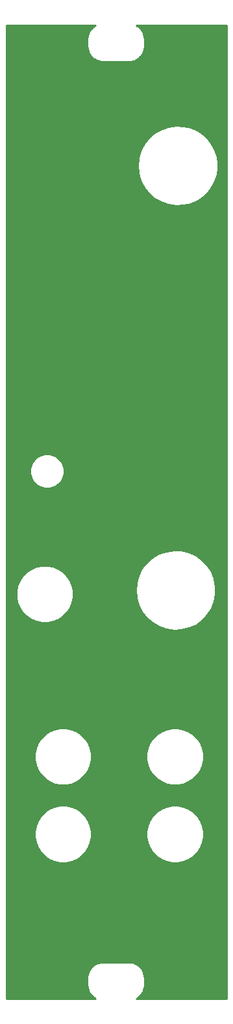
<source format=gbr>
%TF.GenerationSoftware,KiCad,Pcbnew,(5.1.6)-1*%
%TF.CreationDate,2021-07-10T18:18:22+02:00*%
%TF.ProjectId,panel,70616e65-6c2e-46b6-9963-61645f706362,rev?*%
%TF.SameCoordinates,Original*%
%TF.FileFunction,Copper,L2,Bot*%
%TF.FilePolarity,Positive*%
%FSLAX46Y46*%
G04 Gerber Fmt 4.6, Leading zero omitted, Abs format (unit mm)*
G04 Created by KiCad (PCBNEW (5.1.6)-1) date 2021-07-10 18:18:22*
%MOMM*%
%LPD*%
G01*
G04 APERTURE LIST*
%TA.AperFunction,NonConductor*%
%ADD10C,0.254000*%
%TD*%
G04 APERTURE END LIST*
D10*
G36*
X44553175Y-21845122D02*
G01*
X44493896Y-21875447D01*
X44485298Y-21881050D01*
X44289986Y-22010288D01*
X44238257Y-22052316D01*
X44185999Y-22093576D01*
X44178653Y-22100742D01*
X44012163Y-22265455D01*
X43969586Y-22316726D01*
X43926335Y-22367353D01*
X43920521Y-22375810D01*
X43789195Y-22569723D01*
X43757394Y-22628275D01*
X43724792Y-22686352D01*
X43720731Y-22695777D01*
X43629570Y-22911506D01*
X43619438Y-22944022D01*
X43606008Y-22975355D01*
X43602973Y-22985159D01*
X43587580Y-23036142D01*
X43580968Y-23069532D01*
X43570964Y-23102052D01*
X43568988Y-23112122D01*
X43458472Y-23697024D01*
X43452549Y-23763388D01*
X43445703Y-23829641D01*
X43445721Y-23839903D01*
X43450918Y-24435132D01*
X43458000Y-24501401D01*
X43464151Y-24567703D01*
X43466162Y-24577767D01*
X43586874Y-25160650D01*
X43601298Y-25206960D01*
X43612748Y-25254066D01*
X43616200Y-25263730D01*
X43655760Y-25372056D01*
X43676738Y-25415719D01*
X43694898Y-25460631D01*
X43699718Y-25469691D01*
X43811166Y-25675673D01*
X43848450Y-25730915D01*
X43884927Y-25786624D01*
X43891415Y-25794575D01*
X44040750Y-25974988D01*
X44088072Y-26021955D01*
X44134655Y-26069497D01*
X44142558Y-26076031D01*
X44142564Y-26076037D01*
X44142571Y-26076041D01*
X44324097Y-26224006D01*
X44379618Y-26260872D01*
X44434570Y-26298476D01*
X44443599Y-26303355D01*
X44650415Y-26413247D01*
X44712054Y-26438633D01*
X44773250Y-26464841D01*
X44783050Y-26467872D01*
X44783056Y-26467874D01*
X45007276Y-26535501D01*
X45072644Y-26548425D01*
X45137791Y-26562254D01*
X45147997Y-26563324D01*
X45381085Y-26586113D01*
X45381091Y-26586113D01*
X45416495Y-26589600D01*
X49020704Y-26589600D01*
X49038202Y-26587877D01*
X49134906Y-26583251D01*
X49182844Y-26576225D01*
X49231112Y-26572263D01*
X49241196Y-26570359D01*
X49471020Y-26525301D01*
X49534856Y-26506158D01*
X49598901Y-26487924D01*
X49608423Y-26484098D01*
X49825118Y-26395258D01*
X49884000Y-26364091D01*
X49943302Y-26333755D01*
X49951900Y-26328152D01*
X50147212Y-26198915D01*
X50198952Y-26156878D01*
X50251201Y-26115626D01*
X50258547Y-26108459D01*
X50425036Y-25943747D01*
X50467625Y-25892462D01*
X50510865Y-25841848D01*
X50516674Y-25833398D01*
X50516680Y-25833391D01*
X50516684Y-25833384D01*
X50648005Y-25639478D01*
X50679806Y-25580926D01*
X50712408Y-25522849D01*
X50716469Y-25513424D01*
X50807629Y-25297696D01*
X50817763Y-25265175D01*
X50831191Y-25233846D01*
X50834226Y-25224042D01*
X50849619Y-25173060D01*
X50856231Y-25139668D01*
X50866235Y-25107149D01*
X50868211Y-25097079D01*
X50978727Y-24512177D01*
X50984649Y-24445825D01*
X50991496Y-24379562D01*
X50991478Y-24369299D01*
X50986282Y-23774070D01*
X50979201Y-23707811D01*
X50973049Y-23641498D01*
X50971038Y-23631434D01*
X50850326Y-23048550D01*
X50835897Y-23002225D01*
X50824451Y-22955135D01*
X50820999Y-22945471D01*
X50781439Y-22837144D01*
X50760457Y-22793472D01*
X50742300Y-22748568D01*
X50737480Y-22739508D01*
X50626032Y-22533527D01*
X50588738Y-22478270D01*
X50552273Y-22422580D01*
X50545785Y-22414629D01*
X50545784Y-22414627D01*
X50545780Y-22414623D01*
X50396451Y-22234216D01*
X50349132Y-22187252D01*
X50302547Y-22139707D01*
X50294638Y-22133167D01*
X50113105Y-21985197D01*
X50057580Y-21948328D01*
X50002633Y-21910727D01*
X49993605Y-21905848D01*
X49868927Y-21839600D01*
X61623600Y-21839600D01*
X61623601Y-148769600D01*
X49873592Y-148769600D01*
X49884000Y-148764091D01*
X49943302Y-148733755D01*
X49951900Y-148728152D01*
X50147212Y-148598915D01*
X50198952Y-148556878D01*
X50251201Y-148515626D01*
X50258547Y-148508459D01*
X50425036Y-148343747D01*
X50467625Y-148292462D01*
X50510865Y-148241848D01*
X50516674Y-148233398D01*
X50516680Y-148233391D01*
X50516684Y-148233384D01*
X50648005Y-148039478D01*
X50679806Y-147980926D01*
X50712408Y-147922849D01*
X50716469Y-147913424D01*
X50807629Y-147697696D01*
X50817763Y-147665175D01*
X50831191Y-147633846D01*
X50834226Y-147624042D01*
X50849619Y-147573060D01*
X50856231Y-147539668D01*
X50866235Y-147507149D01*
X50868211Y-147497079D01*
X50978727Y-146912177D01*
X50984649Y-146845825D01*
X50991496Y-146779562D01*
X50991478Y-146769299D01*
X50986282Y-146174070D01*
X50979201Y-146107811D01*
X50973049Y-146041498D01*
X50971038Y-146031434D01*
X50850326Y-145448550D01*
X50835897Y-145402225D01*
X50824451Y-145355135D01*
X50820999Y-145345471D01*
X50781439Y-145237144D01*
X50760457Y-145193472D01*
X50742300Y-145148568D01*
X50737480Y-145139508D01*
X50626032Y-144933527D01*
X50588738Y-144878270D01*
X50552273Y-144822580D01*
X50545785Y-144814629D01*
X50545784Y-144814627D01*
X50545780Y-144814623D01*
X50396451Y-144634216D01*
X50349132Y-144587252D01*
X50302547Y-144539707D01*
X50294638Y-144533167D01*
X50113105Y-144385197D01*
X50057580Y-144348328D01*
X50002633Y-144310727D01*
X49993605Y-144305848D01*
X49786789Y-144195956D01*
X49725165Y-144170576D01*
X49663951Y-144144360D01*
X49654153Y-144141330D01*
X49654151Y-144141329D01*
X49654149Y-144141329D01*
X49654147Y-144141328D01*
X49429925Y-144073700D01*
X49364583Y-144060781D01*
X49299410Y-144046947D01*
X49289204Y-144045877D01*
X49056471Y-144023123D01*
X49020704Y-144019600D01*
X45416495Y-144019600D01*
X45398975Y-144021326D01*
X45302300Y-144025949D01*
X45254359Y-144032975D01*
X45206084Y-144036938D01*
X45196000Y-144038842D01*
X44966176Y-144083901D01*
X44902343Y-144103043D01*
X44838300Y-144121277D01*
X44828776Y-144125103D01*
X44828772Y-144125105D01*
X44612083Y-144213942D01*
X44553175Y-144245122D01*
X44493896Y-144275447D01*
X44485298Y-144281050D01*
X44289986Y-144410288D01*
X44238257Y-144452316D01*
X44185999Y-144493576D01*
X44178653Y-144500742D01*
X44012163Y-144665455D01*
X43969586Y-144716726D01*
X43926335Y-144767353D01*
X43920521Y-144775810D01*
X43789195Y-144969723D01*
X43757394Y-145028275D01*
X43724792Y-145086352D01*
X43720731Y-145095777D01*
X43629570Y-145311506D01*
X43619438Y-145344022D01*
X43606008Y-145375355D01*
X43602973Y-145385159D01*
X43587580Y-145436142D01*
X43580968Y-145469532D01*
X43570964Y-145502052D01*
X43568988Y-145512122D01*
X43458472Y-146097024D01*
X43452549Y-146163388D01*
X43445703Y-146229641D01*
X43445721Y-146239903D01*
X43450918Y-146835132D01*
X43458000Y-146901401D01*
X43464151Y-146967703D01*
X43466162Y-146977767D01*
X43586874Y-147560650D01*
X43601298Y-147606960D01*
X43612748Y-147654066D01*
X43616200Y-147663730D01*
X43655760Y-147772056D01*
X43676738Y-147815719D01*
X43694898Y-147860631D01*
X43699718Y-147869691D01*
X43811166Y-148075673D01*
X43848450Y-148130915D01*
X43884927Y-148186624D01*
X43891415Y-148194575D01*
X44040750Y-148374988D01*
X44088072Y-148421955D01*
X44134655Y-148469497D01*
X44142558Y-148476031D01*
X44142564Y-148476037D01*
X44142571Y-148476041D01*
X44324097Y-148624006D01*
X44379618Y-148660872D01*
X44434570Y-148698476D01*
X44443599Y-148703355D01*
X44568272Y-148769600D01*
X32953600Y-148769600D01*
X32953600Y-126936546D01*
X36581681Y-126936546D01*
X36581681Y-127672654D01*
X36725289Y-128394619D01*
X37006986Y-129074695D01*
X37415946Y-129686747D01*
X37936453Y-130207254D01*
X38548505Y-130616214D01*
X39228581Y-130897911D01*
X39950546Y-131041519D01*
X40686654Y-131041519D01*
X41408619Y-130897911D01*
X42088695Y-130616214D01*
X42700747Y-130207254D01*
X43221254Y-129686747D01*
X43630214Y-129074695D01*
X43911911Y-128394619D01*
X44055519Y-127672654D01*
X44055519Y-126936546D01*
X51181681Y-126936546D01*
X51181681Y-127672654D01*
X51325289Y-128394619D01*
X51606986Y-129074695D01*
X52015946Y-129686747D01*
X52536453Y-130207254D01*
X53148505Y-130616214D01*
X53828581Y-130897911D01*
X54550546Y-131041519D01*
X55286654Y-131041519D01*
X56008619Y-130897911D01*
X56688695Y-130616214D01*
X57300747Y-130207254D01*
X57821254Y-129686747D01*
X58230214Y-129074695D01*
X58511911Y-128394619D01*
X58655519Y-127672654D01*
X58655519Y-126936546D01*
X58511911Y-126214581D01*
X58230214Y-125534505D01*
X57821254Y-124922453D01*
X57300747Y-124401946D01*
X56688695Y-123992986D01*
X56008619Y-123711289D01*
X55286654Y-123567681D01*
X54550546Y-123567681D01*
X53828581Y-123711289D01*
X53148505Y-123992986D01*
X52536453Y-124401946D01*
X52015946Y-124922453D01*
X51606986Y-125534505D01*
X51325289Y-126214581D01*
X51181681Y-126936546D01*
X44055519Y-126936546D01*
X43911911Y-126214581D01*
X43630214Y-125534505D01*
X43221254Y-124922453D01*
X42700747Y-124401946D01*
X42088695Y-123992986D01*
X41408619Y-123711289D01*
X40686654Y-123567681D01*
X39950546Y-123567681D01*
X39228581Y-123711289D01*
X38548505Y-123992986D01*
X37936453Y-124401946D01*
X37415946Y-124922453D01*
X37006986Y-125534505D01*
X36725289Y-126214581D01*
X36581681Y-126936546D01*
X32953600Y-126936546D01*
X32953600Y-116836547D01*
X36581681Y-116836547D01*
X36581681Y-117572655D01*
X36725289Y-118294620D01*
X37006986Y-118974696D01*
X37415946Y-119586748D01*
X37936453Y-120107255D01*
X38548505Y-120516215D01*
X39228581Y-120797912D01*
X39950546Y-120941520D01*
X40686654Y-120941520D01*
X41408619Y-120797912D01*
X42088695Y-120516215D01*
X42700747Y-120107255D01*
X43221254Y-119586748D01*
X43630214Y-118974696D01*
X43911911Y-118294620D01*
X44055519Y-117572655D01*
X44055519Y-116836547D01*
X51181681Y-116836547D01*
X51181681Y-117572655D01*
X51325289Y-118294620D01*
X51606986Y-118974696D01*
X52015946Y-119586748D01*
X52536453Y-120107255D01*
X53148505Y-120516215D01*
X53828581Y-120797912D01*
X54550546Y-120941520D01*
X55286654Y-120941520D01*
X56008619Y-120797912D01*
X56688695Y-120516215D01*
X57300747Y-120107255D01*
X57821254Y-119586748D01*
X58230214Y-118974696D01*
X58511911Y-118294620D01*
X58655519Y-117572655D01*
X58655519Y-116836547D01*
X58511911Y-116114582D01*
X58230214Y-115434506D01*
X57821254Y-114822454D01*
X57300747Y-114301947D01*
X56688695Y-113892987D01*
X56008619Y-113611290D01*
X55286654Y-113467682D01*
X54550546Y-113467682D01*
X53828581Y-113611290D01*
X53148505Y-113892987D01*
X52536453Y-114301947D01*
X52015946Y-114822454D01*
X51606986Y-115434506D01*
X51325289Y-116114582D01*
X51181681Y-116836547D01*
X44055519Y-116836547D01*
X43911911Y-116114582D01*
X43630214Y-115434506D01*
X43221254Y-114822454D01*
X42700747Y-114301947D01*
X42088695Y-113892987D01*
X41408619Y-113611290D01*
X40686654Y-113467682D01*
X39950546Y-113467682D01*
X39228581Y-113611290D01*
X38548505Y-113892987D01*
X37936453Y-114301947D01*
X37415946Y-114822454D01*
X37006986Y-115434506D01*
X36725289Y-116114582D01*
X36581681Y-116836547D01*
X32953600Y-116836547D01*
X32953600Y-95636546D01*
X34181681Y-95636546D01*
X34181681Y-96372654D01*
X34325289Y-97094619D01*
X34606986Y-97774695D01*
X35015946Y-98386747D01*
X35536453Y-98907254D01*
X36148505Y-99316214D01*
X36828581Y-99597911D01*
X37550546Y-99741519D01*
X38286654Y-99741519D01*
X39008619Y-99597911D01*
X39688695Y-99316214D01*
X40300747Y-98907254D01*
X40821254Y-98386747D01*
X41230214Y-97774695D01*
X41511911Y-97094619D01*
X41655519Y-96372654D01*
X41655519Y-95636546D01*
X41629274Y-95504600D01*
X49763600Y-95504600D01*
X49858565Y-96499115D01*
X50140027Y-97457686D01*
X50597813Y-98345667D01*
X51215378Y-99130965D01*
X51970401Y-99785197D01*
X52835594Y-100284716D01*
X53779687Y-100611470D01*
X54768557Y-100753648D01*
X55766464Y-100706112D01*
X56737342Y-100470579D01*
X57646100Y-100055563D01*
X58459893Y-99476064D01*
X59149309Y-98753025D01*
X59689430Y-97912580D01*
X60060736Y-96985105D01*
X60249805Y-96004120D01*
X60249805Y-95005080D01*
X60060736Y-94024095D01*
X59689430Y-93096620D01*
X59149309Y-92256175D01*
X58459893Y-91533136D01*
X57646100Y-90953637D01*
X56737342Y-90538621D01*
X55766464Y-90303088D01*
X54768557Y-90255552D01*
X53779687Y-90397730D01*
X52835594Y-90724484D01*
X51970401Y-91224003D01*
X51215378Y-91878235D01*
X50597813Y-92663533D01*
X50140027Y-93551514D01*
X49858565Y-94510085D01*
X49763600Y-95504600D01*
X41629274Y-95504600D01*
X41511911Y-94914581D01*
X41230214Y-94234505D01*
X40821254Y-93622453D01*
X40300747Y-93101946D01*
X39688695Y-92692986D01*
X39008619Y-92411289D01*
X38286654Y-92267681D01*
X37550546Y-92267681D01*
X36828581Y-92411289D01*
X36148505Y-92692986D01*
X35536453Y-93101946D01*
X35015946Y-93622453D01*
X34606986Y-94234505D01*
X34325289Y-94914581D01*
X34181681Y-95636546D01*
X32953600Y-95636546D01*
X32953600Y-79783571D01*
X35974458Y-79783571D01*
X35974458Y-80225629D01*
X36060700Y-80659192D01*
X36229868Y-81067600D01*
X36475461Y-81435157D01*
X36788043Y-81747739D01*
X37155600Y-81993332D01*
X37564008Y-82162500D01*
X37997571Y-82248742D01*
X38439629Y-82248742D01*
X38873192Y-82162500D01*
X39281600Y-81993332D01*
X39649157Y-81747739D01*
X39961739Y-81435157D01*
X40207332Y-81067600D01*
X40376500Y-80659192D01*
X40462742Y-80225629D01*
X40462742Y-79783571D01*
X40376500Y-79350008D01*
X40207332Y-78941600D01*
X39961739Y-78574043D01*
X39649157Y-78261461D01*
X39281600Y-78015868D01*
X38873192Y-77846700D01*
X38439629Y-77760458D01*
X37997571Y-77760458D01*
X37564008Y-77846700D01*
X37155600Y-78015868D01*
X36788043Y-78261461D01*
X36475461Y-78574043D01*
X36229868Y-78941600D01*
X36060700Y-79350008D01*
X35974458Y-79783571D01*
X32953600Y-79783571D01*
X32953600Y-40148600D01*
X50042600Y-40148600D01*
X50137565Y-41143115D01*
X50419027Y-42101686D01*
X50876813Y-42989667D01*
X51494378Y-43774965D01*
X52249401Y-44429197D01*
X53114594Y-44928716D01*
X54058687Y-45255470D01*
X55047557Y-45397648D01*
X56045464Y-45350112D01*
X57016342Y-45114579D01*
X57925100Y-44699563D01*
X58738893Y-44120064D01*
X59428309Y-43397025D01*
X59968430Y-42556580D01*
X60339736Y-41629105D01*
X60528805Y-40648120D01*
X60528805Y-39649080D01*
X60339736Y-38668095D01*
X59968430Y-37740620D01*
X59428309Y-36900175D01*
X58738893Y-36177136D01*
X57925100Y-35597637D01*
X57016342Y-35182621D01*
X56045464Y-34947088D01*
X55047557Y-34899552D01*
X54058687Y-35041730D01*
X53114594Y-35368484D01*
X52249401Y-35868003D01*
X51494378Y-36522235D01*
X50876813Y-37307533D01*
X50419027Y-38195514D01*
X50137565Y-39154085D01*
X50042600Y-40148600D01*
X32953600Y-40148600D01*
X32953600Y-21839600D01*
X44563608Y-21839600D01*
X44553175Y-21845122D01*
G37*
X44553175Y-21845122D02*
X44493896Y-21875447D01*
X44485298Y-21881050D01*
X44289986Y-22010288D01*
X44238257Y-22052316D01*
X44185999Y-22093576D01*
X44178653Y-22100742D01*
X44012163Y-22265455D01*
X43969586Y-22316726D01*
X43926335Y-22367353D01*
X43920521Y-22375810D01*
X43789195Y-22569723D01*
X43757394Y-22628275D01*
X43724792Y-22686352D01*
X43720731Y-22695777D01*
X43629570Y-22911506D01*
X43619438Y-22944022D01*
X43606008Y-22975355D01*
X43602973Y-22985159D01*
X43587580Y-23036142D01*
X43580968Y-23069532D01*
X43570964Y-23102052D01*
X43568988Y-23112122D01*
X43458472Y-23697024D01*
X43452549Y-23763388D01*
X43445703Y-23829641D01*
X43445721Y-23839903D01*
X43450918Y-24435132D01*
X43458000Y-24501401D01*
X43464151Y-24567703D01*
X43466162Y-24577767D01*
X43586874Y-25160650D01*
X43601298Y-25206960D01*
X43612748Y-25254066D01*
X43616200Y-25263730D01*
X43655760Y-25372056D01*
X43676738Y-25415719D01*
X43694898Y-25460631D01*
X43699718Y-25469691D01*
X43811166Y-25675673D01*
X43848450Y-25730915D01*
X43884927Y-25786624D01*
X43891415Y-25794575D01*
X44040750Y-25974988D01*
X44088072Y-26021955D01*
X44134655Y-26069497D01*
X44142558Y-26076031D01*
X44142564Y-26076037D01*
X44142571Y-26076041D01*
X44324097Y-26224006D01*
X44379618Y-26260872D01*
X44434570Y-26298476D01*
X44443599Y-26303355D01*
X44650415Y-26413247D01*
X44712054Y-26438633D01*
X44773250Y-26464841D01*
X44783050Y-26467872D01*
X44783056Y-26467874D01*
X45007276Y-26535501D01*
X45072644Y-26548425D01*
X45137791Y-26562254D01*
X45147997Y-26563324D01*
X45381085Y-26586113D01*
X45381091Y-26586113D01*
X45416495Y-26589600D01*
X49020704Y-26589600D01*
X49038202Y-26587877D01*
X49134906Y-26583251D01*
X49182844Y-26576225D01*
X49231112Y-26572263D01*
X49241196Y-26570359D01*
X49471020Y-26525301D01*
X49534856Y-26506158D01*
X49598901Y-26487924D01*
X49608423Y-26484098D01*
X49825118Y-26395258D01*
X49884000Y-26364091D01*
X49943302Y-26333755D01*
X49951900Y-26328152D01*
X50147212Y-26198915D01*
X50198952Y-26156878D01*
X50251201Y-26115626D01*
X50258547Y-26108459D01*
X50425036Y-25943747D01*
X50467625Y-25892462D01*
X50510865Y-25841848D01*
X50516674Y-25833398D01*
X50516680Y-25833391D01*
X50516684Y-25833384D01*
X50648005Y-25639478D01*
X50679806Y-25580926D01*
X50712408Y-25522849D01*
X50716469Y-25513424D01*
X50807629Y-25297696D01*
X50817763Y-25265175D01*
X50831191Y-25233846D01*
X50834226Y-25224042D01*
X50849619Y-25173060D01*
X50856231Y-25139668D01*
X50866235Y-25107149D01*
X50868211Y-25097079D01*
X50978727Y-24512177D01*
X50984649Y-24445825D01*
X50991496Y-24379562D01*
X50991478Y-24369299D01*
X50986282Y-23774070D01*
X50979201Y-23707811D01*
X50973049Y-23641498D01*
X50971038Y-23631434D01*
X50850326Y-23048550D01*
X50835897Y-23002225D01*
X50824451Y-22955135D01*
X50820999Y-22945471D01*
X50781439Y-22837144D01*
X50760457Y-22793472D01*
X50742300Y-22748568D01*
X50737480Y-22739508D01*
X50626032Y-22533527D01*
X50588738Y-22478270D01*
X50552273Y-22422580D01*
X50545785Y-22414629D01*
X50545784Y-22414627D01*
X50545780Y-22414623D01*
X50396451Y-22234216D01*
X50349132Y-22187252D01*
X50302547Y-22139707D01*
X50294638Y-22133167D01*
X50113105Y-21985197D01*
X50057580Y-21948328D01*
X50002633Y-21910727D01*
X49993605Y-21905848D01*
X49868927Y-21839600D01*
X61623600Y-21839600D01*
X61623601Y-148769600D01*
X49873592Y-148769600D01*
X49884000Y-148764091D01*
X49943302Y-148733755D01*
X49951900Y-148728152D01*
X50147212Y-148598915D01*
X50198952Y-148556878D01*
X50251201Y-148515626D01*
X50258547Y-148508459D01*
X50425036Y-148343747D01*
X50467625Y-148292462D01*
X50510865Y-148241848D01*
X50516674Y-148233398D01*
X50516680Y-148233391D01*
X50516684Y-148233384D01*
X50648005Y-148039478D01*
X50679806Y-147980926D01*
X50712408Y-147922849D01*
X50716469Y-147913424D01*
X50807629Y-147697696D01*
X50817763Y-147665175D01*
X50831191Y-147633846D01*
X50834226Y-147624042D01*
X50849619Y-147573060D01*
X50856231Y-147539668D01*
X50866235Y-147507149D01*
X50868211Y-147497079D01*
X50978727Y-146912177D01*
X50984649Y-146845825D01*
X50991496Y-146779562D01*
X50991478Y-146769299D01*
X50986282Y-146174070D01*
X50979201Y-146107811D01*
X50973049Y-146041498D01*
X50971038Y-146031434D01*
X50850326Y-145448550D01*
X50835897Y-145402225D01*
X50824451Y-145355135D01*
X50820999Y-145345471D01*
X50781439Y-145237144D01*
X50760457Y-145193472D01*
X50742300Y-145148568D01*
X50737480Y-145139508D01*
X50626032Y-144933527D01*
X50588738Y-144878270D01*
X50552273Y-144822580D01*
X50545785Y-144814629D01*
X50545784Y-144814627D01*
X50545780Y-144814623D01*
X50396451Y-144634216D01*
X50349132Y-144587252D01*
X50302547Y-144539707D01*
X50294638Y-144533167D01*
X50113105Y-144385197D01*
X50057580Y-144348328D01*
X50002633Y-144310727D01*
X49993605Y-144305848D01*
X49786789Y-144195956D01*
X49725165Y-144170576D01*
X49663951Y-144144360D01*
X49654153Y-144141330D01*
X49654151Y-144141329D01*
X49654149Y-144141329D01*
X49654147Y-144141328D01*
X49429925Y-144073700D01*
X49364583Y-144060781D01*
X49299410Y-144046947D01*
X49289204Y-144045877D01*
X49056471Y-144023123D01*
X49020704Y-144019600D01*
X45416495Y-144019600D01*
X45398975Y-144021326D01*
X45302300Y-144025949D01*
X45254359Y-144032975D01*
X45206084Y-144036938D01*
X45196000Y-144038842D01*
X44966176Y-144083901D01*
X44902343Y-144103043D01*
X44838300Y-144121277D01*
X44828776Y-144125103D01*
X44828772Y-144125105D01*
X44612083Y-144213942D01*
X44553175Y-144245122D01*
X44493896Y-144275447D01*
X44485298Y-144281050D01*
X44289986Y-144410288D01*
X44238257Y-144452316D01*
X44185999Y-144493576D01*
X44178653Y-144500742D01*
X44012163Y-144665455D01*
X43969586Y-144716726D01*
X43926335Y-144767353D01*
X43920521Y-144775810D01*
X43789195Y-144969723D01*
X43757394Y-145028275D01*
X43724792Y-145086352D01*
X43720731Y-145095777D01*
X43629570Y-145311506D01*
X43619438Y-145344022D01*
X43606008Y-145375355D01*
X43602973Y-145385159D01*
X43587580Y-145436142D01*
X43580968Y-145469532D01*
X43570964Y-145502052D01*
X43568988Y-145512122D01*
X43458472Y-146097024D01*
X43452549Y-146163388D01*
X43445703Y-146229641D01*
X43445721Y-146239903D01*
X43450918Y-146835132D01*
X43458000Y-146901401D01*
X43464151Y-146967703D01*
X43466162Y-146977767D01*
X43586874Y-147560650D01*
X43601298Y-147606960D01*
X43612748Y-147654066D01*
X43616200Y-147663730D01*
X43655760Y-147772056D01*
X43676738Y-147815719D01*
X43694898Y-147860631D01*
X43699718Y-147869691D01*
X43811166Y-148075673D01*
X43848450Y-148130915D01*
X43884927Y-148186624D01*
X43891415Y-148194575D01*
X44040750Y-148374988D01*
X44088072Y-148421955D01*
X44134655Y-148469497D01*
X44142558Y-148476031D01*
X44142564Y-148476037D01*
X44142571Y-148476041D01*
X44324097Y-148624006D01*
X44379618Y-148660872D01*
X44434570Y-148698476D01*
X44443599Y-148703355D01*
X44568272Y-148769600D01*
X32953600Y-148769600D01*
X32953600Y-126936546D01*
X36581681Y-126936546D01*
X36581681Y-127672654D01*
X36725289Y-128394619D01*
X37006986Y-129074695D01*
X37415946Y-129686747D01*
X37936453Y-130207254D01*
X38548505Y-130616214D01*
X39228581Y-130897911D01*
X39950546Y-131041519D01*
X40686654Y-131041519D01*
X41408619Y-130897911D01*
X42088695Y-130616214D01*
X42700747Y-130207254D01*
X43221254Y-129686747D01*
X43630214Y-129074695D01*
X43911911Y-128394619D01*
X44055519Y-127672654D01*
X44055519Y-126936546D01*
X51181681Y-126936546D01*
X51181681Y-127672654D01*
X51325289Y-128394619D01*
X51606986Y-129074695D01*
X52015946Y-129686747D01*
X52536453Y-130207254D01*
X53148505Y-130616214D01*
X53828581Y-130897911D01*
X54550546Y-131041519D01*
X55286654Y-131041519D01*
X56008619Y-130897911D01*
X56688695Y-130616214D01*
X57300747Y-130207254D01*
X57821254Y-129686747D01*
X58230214Y-129074695D01*
X58511911Y-128394619D01*
X58655519Y-127672654D01*
X58655519Y-126936546D01*
X58511911Y-126214581D01*
X58230214Y-125534505D01*
X57821254Y-124922453D01*
X57300747Y-124401946D01*
X56688695Y-123992986D01*
X56008619Y-123711289D01*
X55286654Y-123567681D01*
X54550546Y-123567681D01*
X53828581Y-123711289D01*
X53148505Y-123992986D01*
X52536453Y-124401946D01*
X52015946Y-124922453D01*
X51606986Y-125534505D01*
X51325289Y-126214581D01*
X51181681Y-126936546D01*
X44055519Y-126936546D01*
X43911911Y-126214581D01*
X43630214Y-125534505D01*
X43221254Y-124922453D01*
X42700747Y-124401946D01*
X42088695Y-123992986D01*
X41408619Y-123711289D01*
X40686654Y-123567681D01*
X39950546Y-123567681D01*
X39228581Y-123711289D01*
X38548505Y-123992986D01*
X37936453Y-124401946D01*
X37415946Y-124922453D01*
X37006986Y-125534505D01*
X36725289Y-126214581D01*
X36581681Y-126936546D01*
X32953600Y-126936546D01*
X32953600Y-116836547D01*
X36581681Y-116836547D01*
X36581681Y-117572655D01*
X36725289Y-118294620D01*
X37006986Y-118974696D01*
X37415946Y-119586748D01*
X37936453Y-120107255D01*
X38548505Y-120516215D01*
X39228581Y-120797912D01*
X39950546Y-120941520D01*
X40686654Y-120941520D01*
X41408619Y-120797912D01*
X42088695Y-120516215D01*
X42700747Y-120107255D01*
X43221254Y-119586748D01*
X43630214Y-118974696D01*
X43911911Y-118294620D01*
X44055519Y-117572655D01*
X44055519Y-116836547D01*
X51181681Y-116836547D01*
X51181681Y-117572655D01*
X51325289Y-118294620D01*
X51606986Y-118974696D01*
X52015946Y-119586748D01*
X52536453Y-120107255D01*
X53148505Y-120516215D01*
X53828581Y-120797912D01*
X54550546Y-120941520D01*
X55286654Y-120941520D01*
X56008619Y-120797912D01*
X56688695Y-120516215D01*
X57300747Y-120107255D01*
X57821254Y-119586748D01*
X58230214Y-118974696D01*
X58511911Y-118294620D01*
X58655519Y-117572655D01*
X58655519Y-116836547D01*
X58511911Y-116114582D01*
X58230214Y-115434506D01*
X57821254Y-114822454D01*
X57300747Y-114301947D01*
X56688695Y-113892987D01*
X56008619Y-113611290D01*
X55286654Y-113467682D01*
X54550546Y-113467682D01*
X53828581Y-113611290D01*
X53148505Y-113892987D01*
X52536453Y-114301947D01*
X52015946Y-114822454D01*
X51606986Y-115434506D01*
X51325289Y-116114582D01*
X51181681Y-116836547D01*
X44055519Y-116836547D01*
X43911911Y-116114582D01*
X43630214Y-115434506D01*
X43221254Y-114822454D01*
X42700747Y-114301947D01*
X42088695Y-113892987D01*
X41408619Y-113611290D01*
X40686654Y-113467682D01*
X39950546Y-113467682D01*
X39228581Y-113611290D01*
X38548505Y-113892987D01*
X37936453Y-114301947D01*
X37415946Y-114822454D01*
X37006986Y-115434506D01*
X36725289Y-116114582D01*
X36581681Y-116836547D01*
X32953600Y-116836547D01*
X32953600Y-95636546D01*
X34181681Y-95636546D01*
X34181681Y-96372654D01*
X34325289Y-97094619D01*
X34606986Y-97774695D01*
X35015946Y-98386747D01*
X35536453Y-98907254D01*
X36148505Y-99316214D01*
X36828581Y-99597911D01*
X37550546Y-99741519D01*
X38286654Y-99741519D01*
X39008619Y-99597911D01*
X39688695Y-99316214D01*
X40300747Y-98907254D01*
X40821254Y-98386747D01*
X41230214Y-97774695D01*
X41511911Y-97094619D01*
X41655519Y-96372654D01*
X41655519Y-95636546D01*
X41629274Y-95504600D01*
X49763600Y-95504600D01*
X49858565Y-96499115D01*
X50140027Y-97457686D01*
X50597813Y-98345667D01*
X51215378Y-99130965D01*
X51970401Y-99785197D01*
X52835594Y-100284716D01*
X53779687Y-100611470D01*
X54768557Y-100753648D01*
X55766464Y-100706112D01*
X56737342Y-100470579D01*
X57646100Y-100055563D01*
X58459893Y-99476064D01*
X59149309Y-98753025D01*
X59689430Y-97912580D01*
X60060736Y-96985105D01*
X60249805Y-96004120D01*
X60249805Y-95005080D01*
X60060736Y-94024095D01*
X59689430Y-93096620D01*
X59149309Y-92256175D01*
X58459893Y-91533136D01*
X57646100Y-90953637D01*
X56737342Y-90538621D01*
X55766464Y-90303088D01*
X54768557Y-90255552D01*
X53779687Y-90397730D01*
X52835594Y-90724484D01*
X51970401Y-91224003D01*
X51215378Y-91878235D01*
X50597813Y-92663533D01*
X50140027Y-93551514D01*
X49858565Y-94510085D01*
X49763600Y-95504600D01*
X41629274Y-95504600D01*
X41511911Y-94914581D01*
X41230214Y-94234505D01*
X40821254Y-93622453D01*
X40300747Y-93101946D01*
X39688695Y-92692986D01*
X39008619Y-92411289D01*
X38286654Y-92267681D01*
X37550546Y-92267681D01*
X36828581Y-92411289D01*
X36148505Y-92692986D01*
X35536453Y-93101946D01*
X35015946Y-93622453D01*
X34606986Y-94234505D01*
X34325289Y-94914581D01*
X34181681Y-95636546D01*
X32953600Y-95636546D01*
X32953600Y-79783571D01*
X35974458Y-79783571D01*
X35974458Y-80225629D01*
X36060700Y-80659192D01*
X36229868Y-81067600D01*
X36475461Y-81435157D01*
X36788043Y-81747739D01*
X37155600Y-81993332D01*
X37564008Y-82162500D01*
X37997571Y-82248742D01*
X38439629Y-82248742D01*
X38873192Y-82162500D01*
X39281600Y-81993332D01*
X39649157Y-81747739D01*
X39961739Y-81435157D01*
X40207332Y-81067600D01*
X40376500Y-80659192D01*
X40462742Y-80225629D01*
X40462742Y-79783571D01*
X40376500Y-79350008D01*
X40207332Y-78941600D01*
X39961739Y-78574043D01*
X39649157Y-78261461D01*
X39281600Y-78015868D01*
X38873192Y-77846700D01*
X38439629Y-77760458D01*
X37997571Y-77760458D01*
X37564008Y-77846700D01*
X37155600Y-78015868D01*
X36788043Y-78261461D01*
X36475461Y-78574043D01*
X36229868Y-78941600D01*
X36060700Y-79350008D01*
X35974458Y-79783571D01*
X32953600Y-79783571D01*
X32953600Y-40148600D01*
X50042600Y-40148600D01*
X50137565Y-41143115D01*
X50419027Y-42101686D01*
X50876813Y-42989667D01*
X51494378Y-43774965D01*
X52249401Y-44429197D01*
X53114594Y-44928716D01*
X54058687Y-45255470D01*
X55047557Y-45397648D01*
X56045464Y-45350112D01*
X57016342Y-45114579D01*
X57925100Y-44699563D01*
X58738893Y-44120064D01*
X59428309Y-43397025D01*
X59968430Y-42556580D01*
X60339736Y-41629105D01*
X60528805Y-40648120D01*
X60528805Y-39649080D01*
X60339736Y-38668095D01*
X59968430Y-37740620D01*
X59428309Y-36900175D01*
X58738893Y-36177136D01*
X57925100Y-35597637D01*
X57016342Y-35182621D01*
X56045464Y-34947088D01*
X55047557Y-34899552D01*
X54058687Y-35041730D01*
X53114594Y-35368484D01*
X52249401Y-35868003D01*
X51494378Y-36522235D01*
X50876813Y-37307533D01*
X50419027Y-38195514D01*
X50137565Y-39154085D01*
X50042600Y-40148600D01*
X32953600Y-40148600D01*
X32953600Y-21839600D01*
X44563608Y-21839600D01*
X44553175Y-21845122D01*
M02*

</source>
